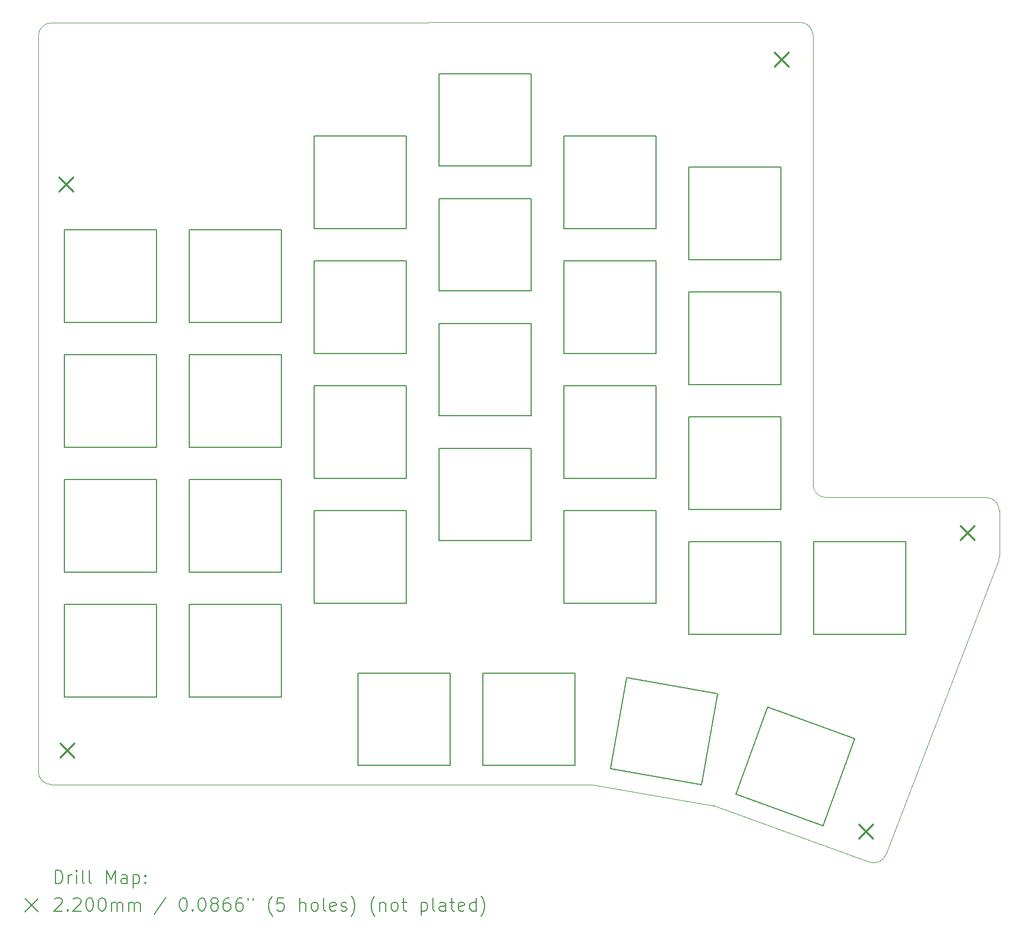
<source format=gbr>
%TF.GenerationSoftware,KiCad,Pcbnew,9.0.6*%
%TF.CreationDate,2025-12-07T22:25:54+09:00*%
%TF.ProjectId,tarakkie_v1_left_top2,74617261-6b6b-4696-955f-76315f6c6566,rev?*%
%TF.SameCoordinates,Original*%
%TF.FileFunction,Drillmap*%
%TF.FilePolarity,Positive*%
%FSLAX45Y45*%
G04 Gerber Fmt 4.5, Leading zero omitted, Abs format (unit mm)*
G04 Created by KiCad (PCBNEW 9.0.6) date 2025-12-07 22:25:54*
%MOMM*%
%LPD*%
G01*
G04 APERTURE LIST*
%ADD10C,0.050000*%
%ADD11C,0.150000*%
%ADD12C,0.200000*%
%ADD13C,0.220000*%
G04 APERTURE END LIST*
D10*
X18548348Y-11964625D02*
X16832015Y-16445591D01*
X15516250Y-3750000D02*
G75*
G02*
X15716250Y-3950000I0J-200000D01*
G01*
X15916250Y-11000000D02*
X18360000Y-11000000D01*
X16832015Y-16445591D02*
G75*
G02*
X16576898Y-16562012I-186775J71551D01*
G01*
X3900000Y-3959828D02*
G75*
G02*
X4099828Y-3759830I200000J-2D01*
G01*
X14200280Y-15701210D02*
X12346663Y-15384609D01*
X18560000Y-11200000D02*
X18560000Y-11897357D01*
X4099828Y-3759828D02*
X15516250Y-3750000D01*
X12313032Y-15381754D02*
X4099958Y-15380042D01*
X15716250Y-3950000D02*
X15716250Y-10800000D01*
X18360000Y-11000000D02*
G75*
G02*
X18560000Y-11200000I0J-200000D01*
G01*
X4099958Y-15380042D02*
G75*
G02*
X3899998Y-15180042I42J200002D01*
G01*
X14200280Y-15701210D02*
G75*
G02*
X14234956Y-15710396I-33660J-197110D01*
G01*
X16576898Y-16562012D02*
X14234956Y-15710397D01*
X3900000Y-15180042D02*
X3900000Y-3959828D01*
X18560000Y-11897357D02*
G75*
G02*
X18548349Y-11964625I-200000J-3D01*
G01*
X12313032Y-15381754D02*
G75*
G02*
X12346663Y-15384609I-42J-200006D01*
G01*
X15916250Y-11000000D02*
G75*
G02*
X15716250Y-10800000I0J200000D01*
G01*
D11*
X8772375Y-13677750D02*
X10182375Y-13677750D01*
X8772375Y-15087750D02*
X8772375Y-13677750D01*
X10182375Y-13677750D02*
X10182375Y-15087750D01*
X10182375Y-15087750D02*
X8772375Y-15087750D01*
X13820625Y-7867500D02*
X15230625Y-7867500D01*
X13820625Y-9277500D02*
X13820625Y-7867500D01*
X15230625Y-7867500D02*
X15230625Y-9277500D01*
X15230625Y-9277500D02*
X13820625Y-9277500D01*
X4295625Y-6915000D02*
X5705625Y-6915000D01*
X4295625Y-8325000D02*
X4295625Y-6915000D01*
X5705625Y-6915000D02*
X5705625Y-8325000D01*
X5705625Y-8325000D02*
X4295625Y-8325000D01*
X10010625Y-10248750D02*
X11420625Y-10248750D01*
X10010625Y-11658750D02*
X10010625Y-10248750D01*
X11420625Y-10248750D02*
X11420625Y-11658750D01*
X11420625Y-11658750D02*
X10010625Y-11658750D01*
X13820625Y-9772500D02*
X15230625Y-9772500D01*
X13820625Y-11182500D02*
X13820625Y-9772500D01*
X15230625Y-9772500D02*
X15230625Y-11182500D01*
X15230625Y-11182500D02*
X13820625Y-11182500D01*
X4295625Y-10725000D02*
X5705625Y-10725000D01*
X4295625Y-12135000D02*
X4295625Y-10725000D01*
X5705625Y-10725000D02*
X5705625Y-12135000D01*
X5705625Y-12135000D02*
X4295625Y-12135000D01*
X6200625Y-12630000D02*
X7610625Y-12630000D01*
X6200625Y-14040000D02*
X6200625Y-12630000D01*
X7610625Y-12630000D02*
X7610625Y-14040000D01*
X7610625Y-14040000D02*
X6200625Y-14040000D01*
X10677375Y-13677750D02*
X12087375Y-13677750D01*
X10677375Y-15087750D02*
X10677375Y-13677750D01*
X12087375Y-13677750D02*
X12087375Y-15087750D01*
X12087375Y-15087750D02*
X10677375Y-15087750D01*
X15725625Y-11677500D02*
X17135625Y-11677500D01*
X15725625Y-13087500D02*
X15725625Y-11677500D01*
X17135625Y-11677500D02*
X17135625Y-13087500D01*
X17135625Y-13087500D02*
X15725625Y-13087500D01*
X8105625Y-5486250D02*
X9515625Y-5486250D01*
X8105625Y-6896250D02*
X8105625Y-5486250D01*
X9515625Y-5486250D02*
X9515625Y-6896250D01*
X9515625Y-6896250D02*
X8105625Y-6896250D01*
X14546392Y-15523359D02*
X15028641Y-14198392D01*
X15028641Y-14198392D02*
X16353607Y-14680641D01*
X15871359Y-16005607D02*
X14546392Y-15523359D01*
X16353607Y-14680641D02*
X15871359Y-16005607D01*
X10010625Y-8343750D02*
X11420625Y-8343750D01*
X10010625Y-9753750D02*
X10010625Y-8343750D01*
X11420625Y-8343750D02*
X11420625Y-9753750D01*
X11420625Y-9753750D02*
X10010625Y-9753750D01*
X13820625Y-11677500D02*
X15230625Y-11677500D01*
X13820625Y-13087500D02*
X13820625Y-11677500D01*
X15230625Y-11677500D02*
X15230625Y-13087500D01*
X15230625Y-13087500D02*
X13820625Y-13087500D01*
X8105625Y-7391250D02*
X9515625Y-7391250D01*
X8105625Y-8801250D02*
X8105625Y-7391250D01*
X9515625Y-7391250D02*
X9515625Y-8801250D01*
X9515625Y-8801250D02*
X8105625Y-8801250D01*
X6200625Y-8820000D02*
X7610625Y-8820000D01*
X6200625Y-10230000D02*
X6200625Y-8820000D01*
X7610625Y-8820000D02*
X7610625Y-10230000D01*
X7610625Y-10230000D02*
X6200625Y-10230000D01*
X4295625Y-8820000D02*
X5705625Y-8820000D01*
X4295625Y-10230000D02*
X4295625Y-8820000D01*
X5705625Y-8820000D02*
X5705625Y-10230000D01*
X5705625Y-10230000D02*
X4295625Y-10230000D01*
X4295625Y-12630000D02*
X5705625Y-12630000D01*
X4295625Y-14040000D02*
X4295625Y-12630000D01*
X5705625Y-12630000D02*
X5705625Y-14040000D01*
X5705625Y-14040000D02*
X4295625Y-14040000D01*
X10010625Y-4533750D02*
X11420625Y-4533750D01*
X10010625Y-5943750D02*
X10010625Y-4533750D01*
X11420625Y-4533750D02*
X11420625Y-5943750D01*
X11420625Y-5943750D02*
X10010625Y-5943750D01*
X13820625Y-5962500D02*
X15230625Y-5962500D01*
X13820625Y-7372500D02*
X13820625Y-5962500D01*
X15230625Y-5962500D02*
X15230625Y-7372500D01*
X15230625Y-7372500D02*
X13820625Y-7372500D01*
X8105625Y-11201250D02*
X9515625Y-11201250D01*
X8105625Y-12611250D02*
X8105625Y-11201250D01*
X9515625Y-11201250D02*
X9515625Y-12611250D01*
X9515625Y-12611250D02*
X8105625Y-12611250D01*
X11915625Y-9296250D02*
X13325625Y-9296250D01*
X11915625Y-10706250D02*
X11915625Y-9296250D01*
X13325625Y-9296250D02*
X13325625Y-10706250D01*
X13325625Y-10706250D02*
X11915625Y-10706250D01*
X8105625Y-9296250D02*
X9515625Y-9296250D01*
X8105625Y-10706250D02*
X8105625Y-9296250D01*
X9515625Y-9296250D02*
X9515625Y-10706250D01*
X9515625Y-10706250D02*
X8105625Y-10706250D01*
X6200625Y-10725000D02*
X7610625Y-10725000D01*
X6200625Y-12135000D02*
X6200625Y-10725000D01*
X7610625Y-10725000D02*
X7610625Y-12135000D01*
X7610625Y-12135000D02*
X6200625Y-12135000D01*
X12630289Y-15135867D02*
X12875132Y-13747289D01*
X12875132Y-13747289D02*
X14263711Y-13992132D01*
X14018867Y-15380711D02*
X12630289Y-15135867D01*
X14263711Y-13992132D02*
X14018867Y-15380711D01*
X10010625Y-6438750D02*
X11420625Y-6438750D01*
X10010625Y-7848750D02*
X10010625Y-6438750D01*
X11420625Y-6438750D02*
X11420625Y-7848750D01*
X11420625Y-7848750D02*
X10010625Y-7848750D01*
X11915625Y-11201250D02*
X13325625Y-11201250D01*
X11915625Y-12611250D02*
X11915625Y-11201250D01*
X13325625Y-11201250D02*
X13325625Y-12611250D01*
X13325625Y-12611250D02*
X11915625Y-12611250D01*
X11915625Y-7391250D02*
X13325625Y-7391250D01*
X11915625Y-8801250D02*
X11915625Y-7391250D01*
X13325625Y-7391250D02*
X13325625Y-8801250D01*
X13325625Y-8801250D02*
X11915625Y-8801250D01*
X11915625Y-5486250D02*
X13325625Y-5486250D01*
X11915625Y-6896250D02*
X11915625Y-5486250D01*
X13325625Y-5486250D02*
X13325625Y-6896250D01*
X13325625Y-6896250D02*
X11915625Y-6896250D01*
X6200625Y-6915000D02*
X7610625Y-6915000D01*
X6200625Y-8325000D02*
X6200625Y-6915000D01*
X7610625Y-6915000D02*
X7610625Y-8325000D01*
X7610625Y-8325000D02*
X6200625Y-8325000D01*
D12*
D13*
X4210000Y-6110000D02*
X4430000Y-6330000D01*
X4430000Y-6110000D02*
X4210000Y-6330000D01*
X4230000Y-14750000D02*
X4450000Y-14970000D01*
X4450000Y-14750000D02*
X4230000Y-14970000D01*
X15130000Y-4206000D02*
X15350000Y-4426000D01*
X15350000Y-4206000D02*
X15130000Y-4426000D01*
X16410000Y-15980000D02*
X16630000Y-16200000D01*
X16630000Y-15980000D02*
X16410000Y-16200000D01*
X17959000Y-11426000D02*
X18179000Y-11646000D01*
X18179000Y-11426000D02*
X17959000Y-11646000D01*
D12*
X4158277Y-16888034D02*
X4158277Y-16688034D01*
X4158277Y-16688034D02*
X4205896Y-16688034D01*
X4205896Y-16688034D02*
X4234467Y-16697558D01*
X4234467Y-16697558D02*
X4253515Y-16716606D01*
X4253515Y-16716606D02*
X4263039Y-16735653D01*
X4263039Y-16735653D02*
X4272563Y-16773749D01*
X4272563Y-16773749D02*
X4272563Y-16802320D01*
X4272563Y-16802320D02*
X4263039Y-16840415D01*
X4263039Y-16840415D02*
X4253515Y-16859463D01*
X4253515Y-16859463D02*
X4234467Y-16878511D01*
X4234467Y-16878511D02*
X4205896Y-16888034D01*
X4205896Y-16888034D02*
X4158277Y-16888034D01*
X4358277Y-16888034D02*
X4358277Y-16754701D01*
X4358277Y-16792796D02*
X4367801Y-16773749D01*
X4367801Y-16773749D02*
X4377324Y-16764225D01*
X4377324Y-16764225D02*
X4396372Y-16754701D01*
X4396372Y-16754701D02*
X4415420Y-16754701D01*
X4482086Y-16888034D02*
X4482086Y-16754701D01*
X4482086Y-16688034D02*
X4472563Y-16697558D01*
X4472563Y-16697558D02*
X4482086Y-16707082D01*
X4482086Y-16707082D02*
X4491610Y-16697558D01*
X4491610Y-16697558D02*
X4482086Y-16688034D01*
X4482086Y-16688034D02*
X4482086Y-16707082D01*
X4605896Y-16888034D02*
X4586848Y-16878511D01*
X4586848Y-16878511D02*
X4577324Y-16859463D01*
X4577324Y-16859463D02*
X4577324Y-16688034D01*
X4710658Y-16888034D02*
X4691610Y-16878511D01*
X4691610Y-16878511D02*
X4682086Y-16859463D01*
X4682086Y-16859463D02*
X4682086Y-16688034D01*
X4939229Y-16888034D02*
X4939229Y-16688034D01*
X4939229Y-16688034D02*
X5005896Y-16830892D01*
X5005896Y-16830892D02*
X5072563Y-16688034D01*
X5072563Y-16688034D02*
X5072563Y-16888034D01*
X5253515Y-16888034D02*
X5253515Y-16783273D01*
X5253515Y-16783273D02*
X5243991Y-16764225D01*
X5243991Y-16764225D02*
X5224944Y-16754701D01*
X5224944Y-16754701D02*
X5186848Y-16754701D01*
X5186848Y-16754701D02*
X5167801Y-16764225D01*
X5253515Y-16878511D02*
X5234467Y-16888034D01*
X5234467Y-16888034D02*
X5186848Y-16888034D01*
X5186848Y-16888034D02*
X5167801Y-16878511D01*
X5167801Y-16878511D02*
X5158277Y-16859463D01*
X5158277Y-16859463D02*
X5158277Y-16840415D01*
X5158277Y-16840415D02*
X5167801Y-16821368D01*
X5167801Y-16821368D02*
X5186848Y-16811844D01*
X5186848Y-16811844D02*
X5234467Y-16811844D01*
X5234467Y-16811844D02*
X5253515Y-16802320D01*
X5348753Y-16754701D02*
X5348753Y-16954701D01*
X5348753Y-16764225D02*
X5367801Y-16754701D01*
X5367801Y-16754701D02*
X5405896Y-16754701D01*
X5405896Y-16754701D02*
X5424944Y-16764225D01*
X5424944Y-16764225D02*
X5434467Y-16773749D01*
X5434467Y-16773749D02*
X5443991Y-16792796D01*
X5443991Y-16792796D02*
X5443991Y-16849939D01*
X5443991Y-16849939D02*
X5434467Y-16868987D01*
X5434467Y-16868987D02*
X5424944Y-16878511D01*
X5424944Y-16878511D02*
X5405896Y-16888034D01*
X5405896Y-16888034D02*
X5367801Y-16888034D01*
X5367801Y-16888034D02*
X5348753Y-16878511D01*
X5529705Y-16868987D02*
X5539229Y-16878511D01*
X5539229Y-16878511D02*
X5529705Y-16888034D01*
X5529705Y-16888034D02*
X5520182Y-16878511D01*
X5520182Y-16878511D02*
X5529705Y-16868987D01*
X5529705Y-16868987D02*
X5529705Y-16888034D01*
X5529705Y-16764225D02*
X5539229Y-16773749D01*
X5539229Y-16773749D02*
X5529705Y-16783273D01*
X5529705Y-16783273D02*
X5520182Y-16773749D01*
X5520182Y-16773749D02*
X5529705Y-16764225D01*
X5529705Y-16764225D02*
X5529705Y-16783273D01*
X3697500Y-17116551D02*
X3897500Y-17316551D01*
X3897500Y-17116551D02*
X3697500Y-17316551D01*
X4148753Y-17127082D02*
X4158277Y-17117558D01*
X4158277Y-17117558D02*
X4177324Y-17108034D01*
X4177324Y-17108034D02*
X4224944Y-17108034D01*
X4224944Y-17108034D02*
X4243991Y-17117558D01*
X4243991Y-17117558D02*
X4253515Y-17127082D01*
X4253515Y-17127082D02*
X4263039Y-17146130D01*
X4263039Y-17146130D02*
X4263039Y-17165177D01*
X4263039Y-17165177D02*
X4253515Y-17193749D01*
X4253515Y-17193749D02*
X4139229Y-17308034D01*
X4139229Y-17308034D02*
X4263039Y-17308034D01*
X4348753Y-17288987D02*
X4358277Y-17298511D01*
X4358277Y-17298511D02*
X4348753Y-17308034D01*
X4348753Y-17308034D02*
X4339229Y-17298511D01*
X4339229Y-17298511D02*
X4348753Y-17288987D01*
X4348753Y-17288987D02*
X4348753Y-17308034D01*
X4434467Y-17127082D02*
X4443991Y-17117558D01*
X4443991Y-17117558D02*
X4463039Y-17108034D01*
X4463039Y-17108034D02*
X4510658Y-17108034D01*
X4510658Y-17108034D02*
X4529705Y-17117558D01*
X4529705Y-17117558D02*
X4539229Y-17127082D01*
X4539229Y-17127082D02*
X4548753Y-17146130D01*
X4548753Y-17146130D02*
X4548753Y-17165177D01*
X4548753Y-17165177D02*
X4539229Y-17193749D01*
X4539229Y-17193749D02*
X4424944Y-17308034D01*
X4424944Y-17308034D02*
X4548753Y-17308034D01*
X4672563Y-17108034D02*
X4691610Y-17108034D01*
X4691610Y-17108034D02*
X4710658Y-17117558D01*
X4710658Y-17117558D02*
X4720182Y-17127082D01*
X4720182Y-17127082D02*
X4729705Y-17146130D01*
X4729705Y-17146130D02*
X4739229Y-17184225D01*
X4739229Y-17184225D02*
X4739229Y-17231844D01*
X4739229Y-17231844D02*
X4729705Y-17269939D01*
X4729705Y-17269939D02*
X4720182Y-17288987D01*
X4720182Y-17288987D02*
X4710658Y-17298511D01*
X4710658Y-17298511D02*
X4691610Y-17308034D01*
X4691610Y-17308034D02*
X4672563Y-17308034D01*
X4672563Y-17308034D02*
X4653515Y-17298511D01*
X4653515Y-17298511D02*
X4643991Y-17288987D01*
X4643991Y-17288987D02*
X4634467Y-17269939D01*
X4634467Y-17269939D02*
X4624944Y-17231844D01*
X4624944Y-17231844D02*
X4624944Y-17184225D01*
X4624944Y-17184225D02*
X4634467Y-17146130D01*
X4634467Y-17146130D02*
X4643991Y-17127082D01*
X4643991Y-17127082D02*
X4653515Y-17117558D01*
X4653515Y-17117558D02*
X4672563Y-17108034D01*
X4863039Y-17108034D02*
X4882086Y-17108034D01*
X4882086Y-17108034D02*
X4901134Y-17117558D01*
X4901134Y-17117558D02*
X4910658Y-17127082D01*
X4910658Y-17127082D02*
X4920182Y-17146130D01*
X4920182Y-17146130D02*
X4929705Y-17184225D01*
X4929705Y-17184225D02*
X4929705Y-17231844D01*
X4929705Y-17231844D02*
X4920182Y-17269939D01*
X4920182Y-17269939D02*
X4910658Y-17288987D01*
X4910658Y-17288987D02*
X4901134Y-17298511D01*
X4901134Y-17298511D02*
X4882086Y-17308034D01*
X4882086Y-17308034D02*
X4863039Y-17308034D01*
X4863039Y-17308034D02*
X4843991Y-17298511D01*
X4843991Y-17298511D02*
X4834467Y-17288987D01*
X4834467Y-17288987D02*
X4824944Y-17269939D01*
X4824944Y-17269939D02*
X4815420Y-17231844D01*
X4815420Y-17231844D02*
X4815420Y-17184225D01*
X4815420Y-17184225D02*
X4824944Y-17146130D01*
X4824944Y-17146130D02*
X4834467Y-17127082D01*
X4834467Y-17127082D02*
X4843991Y-17117558D01*
X4843991Y-17117558D02*
X4863039Y-17108034D01*
X5015420Y-17308034D02*
X5015420Y-17174701D01*
X5015420Y-17193749D02*
X5024944Y-17184225D01*
X5024944Y-17184225D02*
X5043991Y-17174701D01*
X5043991Y-17174701D02*
X5072563Y-17174701D01*
X5072563Y-17174701D02*
X5091610Y-17184225D01*
X5091610Y-17184225D02*
X5101134Y-17203273D01*
X5101134Y-17203273D02*
X5101134Y-17308034D01*
X5101134Y-17203273D02*
X5110658Y-17184225D01*
X5110658Y-17184225D02*
X5129705Y-17174701D01*
X5129705Y-17174701D02*
X5158277Y-17174701D01*
X5158277Y-17174701D02*
X5177325Y-17184225D01*
X5177325Y-17184225D02*
X5186848Y-17203273D01*
X5186848Y-17203273D02*
X5186848Y-17308034D01*
X5282086Y-17308034D02*
X5282086Y-17174701D01*
X5282086Y-17193749D02*
X5291610Y-17184225D01*
X5291610Y-17184225D02*
X5310658Y-17174701D01*
X5310658Y-17174701D02*
X5339229Y-17174701D01*
X5339229Y-17174701D02*
X5358277Y-17184225D01*
X5358277Y-17184225D02*
X5367801Y-17203273D01*
X5367801Y-17203273D02*
X5367801Y-17308034D01*
X5367801Y-17203273D02*
X5377325Y-17184225D01*
X5377325Y-17184225D02*
X5396372Y-17174701D01*
X5396372Y-17174701D02*
X5424944Y-17174701D01*
X5424944Y-17174701D02*
X5443991Y-17184225D01*
X5443991Y-17184225D02*
X5453515Y-17203273D01*
X5453515Y-17203273D02*
X5453515Y-17308034D01*
X5843991Y-17098511D02*
X5672563Y-17355653D01*
X6101134Y-17108034D02*
X6120182Y-17108034D01*
X6120182Y-17108034D02*
X6139229Y-17117558D01*
X6139229Y-17117558D02*
X6148753Y-17127082D01*
X6148753Y-17127082D02*
X6158277Y-17146130D01*
X6158277Y-17146130D02*
X6167801Y-17184225D01*
X6167801Y-17184225D02*
X6167801Y-17231844D01*
X6167801Y-17231844D02*
X6158277Y-17269939D01*
X6158277Y-17269939D02*
X6148753Y-17288987D01*
X6148753Y-17288987D02*
X6139229Y-17298511D01*
X6139229Y-17298511D02*
X6120182Y-17308034D01*
X6120182Y-17308034D02*
X6101134Y-17308034D01*
X6101134Y-17308034D02*
X6082086Y-17298511D01*
X6082086Y-17298511D02*
X6072563Y-17288987D01*
X6072563Y-17288987D02*
X6063039Y-17269939D01*
X6063039Y-17269939D02*
X6053515Y-17231844D01*
X6053515Y-17231844D02*
X6053515Y-17184225D01*
X6053515Y-17184225D02*
X6063039Y-17146130D01*
X6063039Y-17146130D02*
X6072563Y-17127082D01*
X6072563Y-17127082D02*
X6082086Y-17117558D01*
X6082086Y-17117558D02*
X6101134Y-17108034D01*
X6253515Y-17288987D02*
X6263039Y-17298511D01*
X6263039Y-17298511D02*
X6253515Y-17308034D01*
X6253515Y-17308034D02*
X6243991Y-17298511D01*
X6243991Y-17298511D02*
X6253515Y-17288987D01*
X6253515Y-17288987D02*
X6253515Y-17308034D01*
X6386848Y-17108034D02*
X6405896Y-17108034D01*
X6405896Y-17108034D02*
X6424944Y-17117558D01*
X6424944Y-17117558D02*
X6434467Y-17127082D01*
X6434467Y-17127082D02*
X6443991Y-17146130D01*
X6443991Y-17146130D02*
X6453515Y-17184225D01*
X6453515Y-17184225D02*
X6453515Y-17231844D01*
X6453515Y-17231844D02*
X6443991Y-17269939D01*
X6443991Y-17269939D02*
X6434467Y-17288987D01*
X6434467Y-17288987D02*
X6424944Y-17298511D01*
X6424944Y-17298511D02*
X6405896Y-17308034D01*
X6405896Y-17308034D02*
X6386848Y-17308034D01*
X6386848Y-17308034D02*
X6367801Y-17298511D01*
X6367801Y-17298511D02*
X6358277Y-17288987D01*
X6358277Y-17288987D02*
X6348753Y-17269939D01*
X6348753Y-17269939D02*
X6339229Y-17231844D01*
X6339229Y-17231844D02*
X6339229Y-17184225D01*
X6339229Y-17184225D02*
X6348753Y-17146130D01*
X6348753Y-17146130D02*
X6358277Y-17127082D01*
X6358277Y-17127082D02*
X6367801Y-17117558D01*
X6367801Y-17117558D02*
X6386848Y-17108034D01*
X6567801Y-17193749D02*
X6548753Y-17184225D01*
X6548753Y-17184225D02*
X6539229Y-17174701D01*
X6539229Y-17174701D02*
X6529706Y-17155653D01*
X6529706Y-17155653D02*
X6529706Y-17146130D01*
X6529706Y-17146130D02*
X6539229Y-17127082D01*
X6539229Y-17127082D02*
X6548753Y-17117558D01*
X6548753Y-17117558D02*
X6567801Y-17108034D01*
X6567801Y-17108034D02*
X6605896Y-17108034D01*
X6605896Y-17108034D02*
X6624944Y-17117558D01*
X6624944Y-17117558D02*
X6634467Y-17127082D01*
X6634467Y-17127082D02*
X6643991Y-17146130D01*
X6643991Y-17146130D02*
X6643991Y-17155653D01*
X6643991Y-17155653D02*
X6634467Y-17174701D01*
X6634467Y-17174701D02*
X6624944Y-17184225D01*
X6624944Y-17184225D02*
X6605896Y-17193749D01*
X6605896Y-17193749D02*
X6567801Y-17193749D01*
X6567801Y-17193749D02*
X6548753Y-17203273D01*
X6548753Y-17203273D02*
X6539229Y-17212796D01*
X6539229Y-17212796D02*
X6529706Y-17231844D01*
X6529706Y-17231844D02*
X6529706Y-17269939D01*
X6529706Y-17269939D02*
X6539229Y-17288987D01*
X6539229Y-17288987D02*
X6548753Y-17298511D01*
X6548753Y-17298511D02*
X6567801Y-17308034D01*
X6567801Y-17308034D02*
X6605896Y-17308034D01*
X6605896Y-17308034D02*
X6624944Y-17298511D01*
X6624944Y-17298511D02*
X6634467Y-17288987D01*
X6634467Y-17288987D02*
X6643991Y-17269939D01*
X6643991Y-17269939D02*
X6643991Y-17231844D01*
X6643991Y-17231844D02*
X6634467Y-17212796D01*
X6634467Y-17212796D02*
X6624944Y-17203273D01*
X6624944Y-17203273D02*
X6605896Y-17193749D01*
X6815420Y-17108034D02*
X6777325Y-17108034D01*
X6777325Y-17108034D02*
X6758277Y-17117558D01*
X6758277Y-17117558D02*
X6748753Y-17127082D01*
X6748753Y-17127082D02*
X6729706Y-17155653D01*
X6729706Y-17155653D02*
X6720182Y-17193749D01*
X6720182Y-17193749D02*
X6720182Y-17269939D01*
X6720182Y-17269939D02*
X6729706Y-17288987D01*
X6729706Y-17288987D02*
X6739229Y-17298511D01*
X6739229Y-17298511D02*
X6758277Y-17308034D01*
X6758277Y-17308034D02*
X6796372Y-17308034D01*
X6796372Y-17308034D02*
X6815420Y-17298511D01*
X6815420Y-17298511D02*
X6824944Y-17288987D01*
X6824944Y-17288987D02*
X6834467Y-17269939D01*
X6834467Y-17269939D02*
X6834467Y-17222320D01*
X6834467Y-17222320D02*
X6824944Y-17203273D01*
X6824944Y-17203273D02*
X6815420Y-17193749D01*
X6815420Y-17193749D02*
X6796372Y-17184225D01*
X6796372Y-17184225D02*
X6758277Y-17184225D01*
X6758277Y-17184225D02*
X6739229Y-17193749D01*
X6739229Y-17193749D02*
X6729706Y-17203273D01*
X6729706Y-17203273D02*
X6720182Y-17222320D01*
X7005896Y-17108034D02*
X6967801Y-17108034D01*
X6967801Y-17108034D02*
X6948753Y-17117558D01*
X6948753Y-17117558D02*
X6939229Y-17127082D01*
X6939229Y-17127082D02*
X6920182Y-17155653D01*
X6920182Y-17155653D02*
X6910658Y-17193749D01*
X6910658Y-17193749D02*
X6910658Y-17269939D01*
X6910658Y-17269939D02*
X6920182Y-17288987D01*
X6920182Y-17288987D02*
X6929706Y-17298511D01*
X6929706Y-17298511D02*
X6948753Y-17308034D01*
X6948753Y-17308034D02*
X6986848Y-17308034D01*
X6986848Y-17308034D02*
X7005896Y-17298511D01*
X7005896Y-17298511D02*
X7015420Y-17288987D01*
X7015420Y-17288987D02*
X7024944Y-17269939D01*
X7024944Y-17269939D02*
X7024944Y-17222320D01*
X7024944Y-17222320D02*
X7015420Y-17203273D01*
X7015420Y-17203273D02*
X7005896Y-17193749D01*
X7005896Y-17193749D02*
X6986848Y-17184225D01*
X6986848Y-17184225D02*
X6948753Y-17184225D01*
X6948753Y-17184225D02*
X6929706Y-17193749D01*
X6929706Y-17193749D02*
X6920182Y-17203273D01*
X6920182Y-17203273D02*
X6910658Y-17222320D01*
X7101134Y-17108034D02*
X7101134Y-17146130D01*
X7177325Y-17108034D02*
X7177325Y-17146130D01*
X7472563Y-17384225D02*
X7463039Y-17374701D01*
X7463039Y-17374701D02*
X7443991Y-17346130D01*
X7443991Y-17346130D02*
X7434468Y-17327082D01*
X7434468Y-17327082D02*
X7424944Y-17298511D01*
X7424944Y-17298511D02*
X7415420Y-17250892D01*
X7415420Y-17250892D02*
X7415420Y-17212796D01*
X7415420Y-17212796D02*
X7424944Y-17165177D01*
X7424944Y-17165177D02*
X7434468Y-17136606D01*
X7434468Y-17136606D02*
X7443991Y-17117558D01*
X7443991Y-17117558D02*
X7463039Y-17088987D01*
X7463039Y-17088987D02*
X7472563Y-17079463D01*
X7643991Y-17108034D02*
X7548753Y-17108034D01*
X7548753Y-17108034D02*
X7539229Y-17203273D01*
X7539229Y-17203273D02*
X7548753Y-17193749D01*
X7548753Y-17193749D02*
X7567801Y-17184225D01*
X7567801Y-17184225D02*
X7615420Y-17184225D01*
X7615420Y-17184225D02*
X7634468Y-17193749D01*
X7634468Y-17193749D02*
X7643991Y-17203273D01*
X7643991Y-17203273D02*
X7653515Y-17222320D01*
X7653515Y-17222320D02*
X7653515Y-17269939D01*
X7653515Y-17269939D02*
X7643991Y-17288987D01*
X7643991Y-17288987D02*
X7634468Y-17298511D01*
X7634468Y-17298511D02*
X7615420Y-17308034D01*
X7615420Y-17308034D02*
X7567801Y-17308034D01*
X7567801Y-17308034D02*
X7548753Y-17298511D01*
X7548753Y-17298511D02*
X7539229Y-17288987D01*
X7891610Y-17308034D02*
X7891610Y-17108034D01*
X7977325Y-17308034D02*
X7977325Y-17203273D01*
X7977325Y-17203273D02*
X7967801Y-17184225D01*
X7967801Y-17184225D02*
X7948753Y-17174701D01*
X7948753Y-17174701D02*
X7920182Y-17174701D01*
X7920182Y-17174701D02*
X7901134Y-17184225D01*
X7901134Y-17184225D02*
X7891610Y-17193749D01*
X8101134Y-17308034D02*
X8082087Y-17298511D01*
X8082087Y-17298511D02*
X8072563Y-17288987D01*
X8072563Y-17288987D02*
X8063039Y-17269939D01*
X8063039Y-17269939D02*
X8063039Y-17212796D01*
X8063039Y-17212796D02*
X8072563Y-17193749D01*
X8072563Y-17193749D02*
X8082087Y-17184225D01*
X8082087Y-17184225D02*
X8101134Y-17174701D01*
X8101134Y-17174701D02*
X8129706Y-17174701D01*
X8129706Y-17174701D02*
X8148753Y-17184225D01*
X8148753Y-17184225D02*
X8158277Y-17193749D01*
X8158277Y-17193749D02*
X8167801Y-17212796D01*
X8167801Y-17212796D02*
X8167801Y-17269939D01*
X8167801Y-17269939D02*
X8158277Y-17288987D01*
X8158277Y-17288987D02*
X8148753Y-17298511D01*
X8148753Y-17298511D02*
X8129706Y-17308034D01*
X8129706Y-17308034D02*
X8101134Y-17308034D01*
X8282087Y-17308034D02*
X8263039Y-17298511D01*
X8263039Y-17298511D02*
X8253515Y-17279463D01*
X8253515Y-17279463D02*
X8253515Y-17108034D01*
X8434468Y-17298511D02*
X8415420Y-17308034D01*
X8415420Y-17308034D02*
X8377325Y-17308034D01*
X8377325Y-17308034D02*
X8358277Y-17298511D01*
X8358277Y-17298511D02*
X8348753Y-17279463D01*
X8348753Y-17279463D02*
X8348753Y-17203273D01*
X8348753Y-17203273D02*
X8358277Y-17184225D01*
X8358277Y-17184225D02*
X8377325Y-17174701D01*
X8377325Y-17174701D02*
X8415420Y-17174701D01*
X8415420Y-17174701D02*
X8434468Y-17184225D01*
X8434468Y-17184225D02*
X8443992Y-17203273D01*
X8443992Y-17203273D02*
X8443992Y-17222320D01*
X8443992Y-17222320D02*
X8348753Y-17241368D01*
X8520182Y-17298511D02*
X8539230Y-17308034D01*
X8539230Y-17308034D02*
X8577325Y-17308034D01*
X8577325Y-17308034D02*
X8596373Y-17298511D01*
X8596373Y-17298511D02*
X8605896Y-17279463D01*
X8605896Y-17279463D02*
X8605896Y-17269939D01*
X8605896Y-17269939D02*
X8596373Y-17250892D01*
X8596373Y-17250892D02*
X8577325Y-17241368D01*
X8577325Y-17241368D02*
X8548753Y-17241368D01*
X8548753Y-17241368D02*
X8529706Y-17231844D01*
X8529706Y-17231844D02*
X8520182Y-17212796D01*
X8520182Y-17212796D02*
X8520182Y-17203273D01*
X8520182Y-17203273D02*
X8529706Y-17184225D01*
X8529706Y-17184225D02*
X8548753Y-17174701D01*
X8548753Y-17174701D02*
X8577325Y-17174701D01*
X8577325Y-17174701D02*
X8596373Y-17184225D01*
X8672563Y-17384225D02*
X8682087Y-17374701D01*
X8682087Y-17374701D02*
X8701134Y-17346130D01*
X8701134Y-17346130D02*
X8710658Y-17327082D01*
X8710658Y-17327082D02*
X8720182Y-17298511D01*
X8720182Y-17298511D02*
X8729706Y-17250892D01*
X8729706Y-17250892D02*
X8729706Y-17212796D01*
X8729706Y-17212796D02*
X8720182Y-17165177D01*
X8720182Y-17165177D02*
X8710658Y-17136606D01*
X8710658Y-17136606D02*
X8701134Y-17117558D01*
X8701134Y-17117558D02*
X8682087Y-17088987D01*
X8682087Y-17088987D02*
X8672563Y-17079463D01*
X9034468Y-17384225D02*
X9024944Y-17374701D01*
X9024944Y-17374701D02*
X9005896Y-17346130D01*
X9005896Y-17346130D02*
X8996373Y-17327082D01*
X8996373Y-17327082D02*
X8986849Y-17298511D01*
X8986849Y-17298511D02*
X8977325Y-17250892D01*
X8977325Y-17250892D02*
X8977325Y-17212796D01*
X8977325Y-17212796D02*
X8986849Y-17165177D01*
X8986849Y-17165177D02*
X8996373Y-17136606D01*
X8996373Y-17136606D02*
X9005896Y-17117558D01*
X9005896Y-17117558D02*
X9024944Y-17088987D01*
X9024944Y-17088987D02*
X9034468Y-17079463D01*
X9110658Y-17174701D02*
X9110658Y-17308034D01*
X9110658Y-17193749D02*
X9120182Y-17184225D01*
X9120182Y-17184225D02*
X9139230Y-17174701D01*
X9139230Y-17174701D02*
X9167801Y-17174701D01*
X9167801Y-17174701D02*
X9186849Y-17184225D01*
X9186849Y-17184225D02*
X9196373Y-17203273D01*
X9196373Y-17203273D02*
X9196373Y-17308034D01*
X9320182Y-17308034D02*
X9301134Y-17298511D01*
X9301134Y-17298511D02*
X9291611Y-17288987D01*
X9291611Y-17288987D02*
X9282087Y-17269939D01*
X9282087Y-17269939D02*
X9282087Y-17212796D01*
X9282087Y-17212796D02*
X9291611Y-17193749D01*
X9291611Y-17193749D02*
X9301134Y-17184225D01*
X9301134Y-17184225D02*
X9320182Y-17174701D01*
X9320182Y-17174701D02*
X9348754Y-17174701D01*
X9348754Y-17174701D02*
X9367801Y-17184225D01*
X9367801Y-17184225D02*
X9377325Y-17193749D01*
X9377325Y-17193749D02*
X9386849Y-17212796D01*
X9386849Y-17212796D02*
X9386849Y-17269939D01*
X9386849Y-17269939D02*
X9377325Y-17288987D01*
X9377325Y-17288987D02*
X9367801Y-17298511D01*
X9367801Y-17298511D02*
X9348754Y-17308034D01*
X9348754Y-17308034D02*
X9320182Y-17308034D01*
X9443992Y-17174701D02*
X9520182Y-17174701D01*
X9472563Y-17108034D02*
X9472563Y-17279463D01*
X9472563Y-17279463D02*
X9482087Y-17298511D01*
X9482087Y-17298511D02*
X9501134Y-17308034D01*
X9501134Y-17308034D02*
X9520182Y-17308034D01*
X9739230Y-17174701D02*
X9739230Y-17374701D01*
X9739230Y-17184225D02*
X9758277Y-17174701D01*
X9758277Y-17174701D02*
X9796373Y-17174701D01*
X9796373Y-17174701D02*
X9815420Y-17184225D01*
X9815420Y-17184225D02*
X9824944Y-17193749D01*
X9824944Y-17193749D02*
X9834468Y-17212796D01*
X9834468Y-17212796D02*
X9834468Y-17269939D01*
X9834468Y-17269939D02*
X9824944Y-17288987D01*
X9824944Y-17288987D02*
X9815420Y-17298511D01*
X9815420Y-17298511D02*
X9796373Y-17308034D01*
X9796373Y-17308034D02*
X9758277Y-17308034D01*
X9758277Y-17308034D02*
X9739230Y-17298511D01*
X9948754Y-17308034D02*
X9929706Y-17298511D01*
X9929706Y-17298511D02*
X9920182Y-17279463D01*
X9920182Y-17279463D02*
X9920182Y-17108034D01*
X10110658Y-17308034D02*
X10110658Y-17203273D01*
X10110658Y-17203273D02*
X10101135Y-17184225D01*
X10101135Y-17184225D02*
X10082087Y-17174701D01*
X10082087Y-17174701D02*
X10043992Y-17174701D01*
X10043992Y-17174701D02*
X10024944Y-17184225D01*
X10110658Y-17298511D02*
X10091611Y-17308034D01*
X10091611Y-17308034D02*
X10043992Y-17308034D01*
X10043992Y-17308034D02*
X10024944Y-17298511D01*
X10024944Y-17298511D02*
X10015420Y-17279463D01*
X10015420Y-17279463D02*
X10015420Y-17260415D01*
X10015420Y-17260415D02*
X10024944Y-17241368D01*
X10024944Y-17241368D02*
X10043992Y-17231844D01*
X10043992Y-17231844D02*
X10091611Y-17231844D01*
X10091611Y-17231844D02*
X10110658Y-17222320D01*
X10177325Y-17174701D02*
X10253515Y-17174701D01*
X10205896Y-17108034D02*
X10205896Y-17279463D01*
X10205896Y-17279463D02*
X10215420Y-17298511D01*
X10215420Y-17298511D02*
X10234468Y-17308034D01*
X10234468Y-17308034D02*
X10253515Y-17308034D01*
X10396373Y-17298511D02*
X10377325Y-17308034D01*
X10377325Y-17308034D02*
X10339230Y-17308034D01*
X10339230Y-17308034D02*
X10320182Y-17298511D01*
X10320182Y-17298511D02*
X10310658Y-17279463D01*
X10310658Y-17279463D02*
X10310658Y-17203273D01*
X10310658Y-17203273D02*
X10320182Y-17184225D01*
X10320182Y-17184225D02*
X10339230Y-17174701D01*
X10339230Y-17174701D02*
X10377325Y-17174701D01*
X10377325Y-17174701D02*
X10396373Y-17184225D01*
X10396373Y-17184225D02*
X10405896Y-17203273D01*
X10405896Y-17203273D02*
X10405896Y-17222320D01*
X10405896Y-17222320D02*
X10310658Y-17241368D01*
X10577325Y-17308034D02*
X10577325Y-17108034D01*
X10577325Y-17298511D02*
X10558277Y-17308034D01*
X10558277Y-17308034D02*
X10520182Y-17308034D01*
X10520182Y-17308034D02*
X10501135Y-17298511D01*
X10501135Y-17298511D02*
X10491611Y-17288987D01*
X10491611Y-17288987D02*
X10482087Y-17269939D01*
X10482087Y-17269939D02*
X10482087Y-17212796D01*
X10482087Y-17212796D02*
X10491611Y-17193749D01*
X10491611Y-17193749D02*
X10501135Y-17184225D01*
X10501135Y-17184225D02*
X10520182Y-17174701D01*
X10520182Y-17174701D02*
X10558277Y-17174701D01*
X10558277Y-17174701D02*
X10577325Y-17184225D01*
X10653516Y-17384225D02*
X10663039Y-17374701D01*
X10663039Y-17374701D02*
X10682087Y-17346130D01*
X10682087Y-17346130D02*
X10691611Y-17327082D01*
X10691611Y-17327082D02*
X10701135Y-17298511D01*
X10701135Y-17298511D02*
X10710658Y-17250892D01*
X10710658Y-17250892D02*
X10710658Y-17212796D01*
X10710658Y-17212796D02*
X10701135Y-17165177D01*
X10701135Y-17165177D02*
X10691611Y-17136606D01*
X10691611Y-17136606D02*
X10682087Y-17117558D01*
X10682087Y-17117558D02*
X10663039Y-17088987D01*
X10663039Y-17088987D02*
X10653516Y-17079463D01*
M02*

</source>
